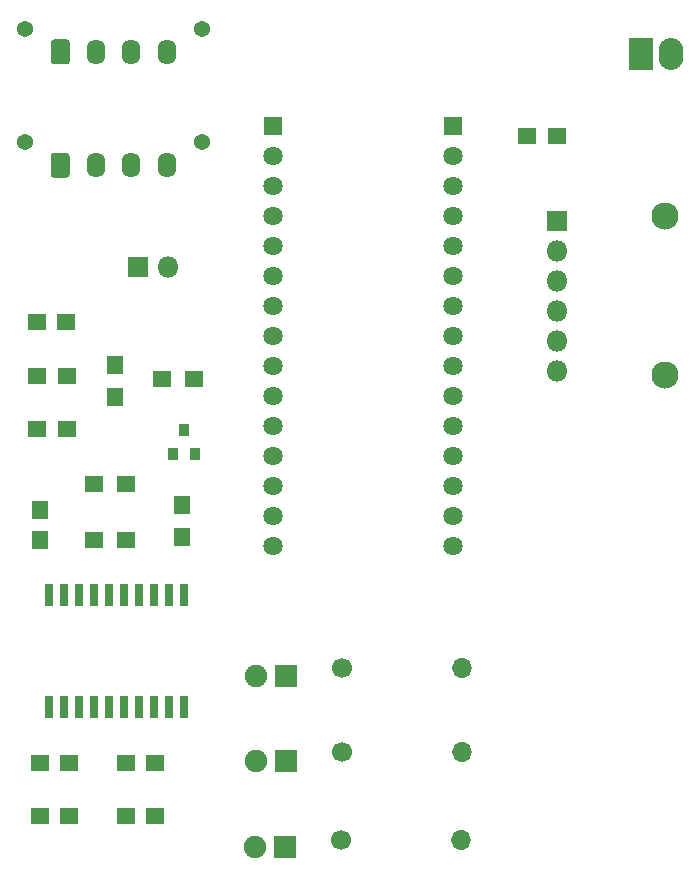
<source format=gbr>
%TF.GenerationSoftware,KiCad,Pcbnew,(5.1.6)-1*%
%TF.CreationDate,2021-01-17T16:19:00-06:00*%
%TF.ProjectId,irradiance1,69727261-6469-4616-9e63-65312e6b6963,rev?*%
%TF.SameCoordinates,Original*%
%TF.FileFunction,Soldermask,Top*%
%TF.FilePolarity,Negative*%
%FSLAX46Y46*%
G04 Gerber Fmt 4.6, Leading zero omitted, Abs format (unit mm)*
G04 Created by KiCad (PCBNEW (5.1.6)-1) date 2021-01-17 16:19:00*
%MOMM*%
%LPD*%
G01*
G04 APERTURE LIST*
%ADD10R,1.600000X1.350000*%
%ADD11O,2.100000X2.700000*%
%ADD12R,2.100000X2.700000*%
%ADD13O,1.800000X1.800000*%
%ADD14R,1.800000X1.800000*%
%ADD15R,1.630000X1.630000*%
%ADD16C,1.630000*%
%ADD17R,0.900000X1.000000*%
%ADD18R,0.750000X1.900000*%
%ADD19R,1.400000X1.600000*%
%ADD20R,1.600000X1.400000*%
%ADD21C,1.700000*%
%ADD22O,1.700000X1.700000*%
%ADD23O,1.600000X2.120000*%
%ADD24C,1.370000*%
%ADD25C,2.300000*%
%ADD26R,1.900000X1.900000*%
%ADD27C,1.900000*%
%ADD28R,1.350000X1.600000*%
G04 APERTURE END LIST*
D10*
%TO.C,C17*%
X72350000Y-79900000D03*
X74850000Y-79900000D03*
%TD*%
D11*
%TO.C,J6*%
X84540000Y-73000000D03*
D12*
X82000000Y-73000000D03*
%TD*%
D13*
%TO.C,JP1*%
X41940000Y-91000000D03*
D14*
X39400000Y-91000000D03*
%TD*%
D13*
%TO.C,J0*%
X74900000Y-99800000D03*
X74900000Y-97260000D03*
X74900000Y-94720000D03*
X74900000Y-92180000D03*
X74900000Y-89640000D03*
D14*
X74900000Y-87100000D03*
%TD*%
D15*
%TO.C,U2*%
X66040000Y-79035000D03*
D16*
X66040000Y-81575000D03*
X66040000Y-84115000D03*
X66040000Y-86655000D03*
X66040000Y-89195000D03*
X66040000Y-91735000D03*
X66040000Y-94275000D03*
X66040000Y-96815000D03*
X66040000Y-99355000D03*
X66040000Y-101895000D03*
X66040000Y-104435000D03*
X66040000Y-106975000D03*
X66040000Y-109515000D03*
X66040000Y-112055000D03*
X66040000Y-114595000D03*
D15*
X50800000Y-79035000D03*
D16*
X50800000Y-81575000D03*
X50800000Y-84115000D03*
X50800000Y-86655000D03*
X50800000Y-89195000D03*
X50800000Y-91735000D03*
X50800000Y-94275000D03*
X50800000Y-96815000D03*
X50800000Y-99355000D03*
X50800000Y-101895000D03*
X50800000Y-104435000D03*
X50800000Y-106975000D03*
X50800000Y-109515000D03*
X50800000Y-112055000D03*
X50800000Y-114595000D03*
%TD*%
D17*
%TO.C,U7*%
X42350000Y-106800000D03*
X44250000Y-106800000D03*
X43300000Y-104800000D03*
%TD*%
D18*
%TO.C,U1*%
X31885000Y-128225000D03*
X33155000Y-128225000D03*
X34425000Y-128225000D03*
X35695000Y-128225000D03*
X36965000Y-128225000D03*
X38235000Y-128225000D03*
X39505000Y-128225000D03*
X40775000Y-128225000D03*
X42045000Y-128225000D03*
X43315000Y-128225000D03*
X43315000Y-118775000D03*
X42045000Y-118775000D03*
X40775000Y-118775000D03*
X39505000Y-118775000D03*
X38235000Y-118775000D03*
X36965000Y-118775000D03*
X35695000Y-118775000D03*
X34425000Y-118775000D03*
X33155000Y-118775000D03*
X31885000Y-118775000D03*
%TD*%
D19*
%TO.C,R25*%
X43100000Y-111200000D03*
X43100000Y-113900000D03*
%TD*%
%TO.C,R10*%
X37400000Y-99300000D03*
X37400000Y-102000000D03*
%TD*%
D20*
%TO.C,R9*%
X41400000Y-100500000D03*
X44100000Y-100500000D03*
%TD*%
D21*
%TO.C,R2*%
X56700000Y-125000000D03*
D22*
X66860000Y-125000000D03*
%TD*%
D21*
%TO.C,R1*%
X56600000Y-139500000D03*
D22*
X66760000Y-139500000D03*
%TD*%
D21*
%TO.C,R0*%
X56700000Y-132100000D03*
D22*
X66860000Y-132100000D03*
%TD*%
D20*
%TO.C,L3*%
X38400000Y-109400000D03*
X35700000Y-109400000D03*
%TD*%
%TO.C,L2*%
X38400000Y-114100000D03*
X35700000Y-114100000D03*
%TD*%
D23*
%TO.C,J5*%
X41800000Y-72800000D03*
X38800000Y-72800000D03*
X35800000Y-72800000D03*
G36*
G01*
X32000000Y-73593333D02*
X32000000Y-72006667D01*
G75*
G02*
X32266667Y-71740000I266667J0D01*
G01*
X33333333Y-71740000D01*
G75*
G02*
X33600000Y-72006667I0J-266667D01*
G01*
X33600000Y-73593333D01*
G75*
G02*
X33333333Y-73860000I-266667J0D01*
G01*
X32266667Y-73860000D01*
G75*
G02*
X32000000Y-73593333I0J266667D01*
G01*
G37*
D24*
X44800000Y-70840000D03*
X29800000Y-70840000D03*
%TD*%
D23*
%TO.C,J4*%
X41800000Y-82400000D03*
X38800000Y-82400000D03*
X35800000Y-82400000D03*
G36*
G01*
X32000000Y-83193333D02*
X32000000Y-81606667D01*
G75*
G02*
X32266667Y-81340000I266667J0D01*
G01*
X33333333Y-81340000D01*
G75*
G02*
X33600000Y-81606667I0J-266667D01*
G01*
X33600000Y-83193333D01*
G75*
G02*
X33333333Y-83460000I-266667J0D01*
G01*
X32266667Y-83460000D01*
G75*
G02*
X32000000Y-83193333I0J266667D01*
G01*
G37*
D24*
X44800000Y-80440000D03*
X29800000Y-80440000D03*
%TD*%
D25*
%TO.C,H2*%
X84043520Y-100185220D03*
%TD*%
%TO.C,H1*%
X84046060Y-86702900D03*
%TD*%
D26*
%TO.C,D2*%
X51900000Y-125600000D03*
D27*
X49360000Y-125600000D03*
%TD*%
D26*
%TO.C,D1*%
X51800000Y-140100000D03*
D27*
X49260000Y-140100000D03*
%TD*%
D26*
%TO.C,D0*%
X51900000Y-132800000D03*
D27*
X49360000Y-132800000D03*
%TD*%
D10*
%TO.C,C16*%
X38350000Y-133000000D03*
X40850000Y-133000000D03*
%TD*%
%TO.C,C15*%
X38350000Y-137500000D03*
X40850000Y-137500000D03*
%TD*%
%TO.C,C14*%
X33550000Y-133000000D03*
X31050000Y-133000000D03*
%TD*%
%TO.C,C13*%
X33550000Y-137500000D03*
X31050000Y-137500000D03*
%TD*%
%TO.C,C12*%
X30800000Y-95700000D03*
X33300000Y-95700000D03*
%TD*%
%TO.C,C11*%
X30850000Y-100200000D03*
X33350000Y-100200000D03*
%TD*%
%TO.C,C10*%
X30850000Y-104700000D03*
X33350000Y-104700000D03*
%TD*%
D28*
%TO.C,C9*%
X31100000Y-114100000D03*
X31100000Y-111600000D03*
%TD*%
M02*

</source>
